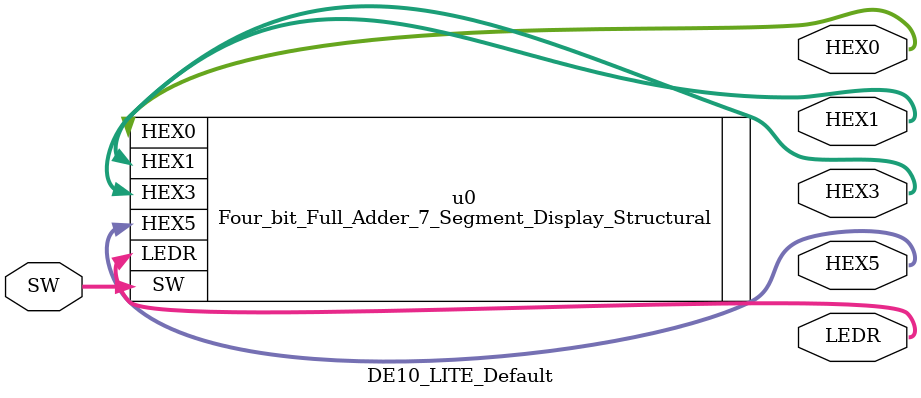
<source format=v>


module DE10_LITE_Default(



	//////////// LED //////////
	output		     [9:0]		LEDR,

	//////////// SW //////////
	input 		     [9:0]		SW,
	
	
	//////////// SEG7 //////////
	output		     [7:0]		HEX0,
	output		     [7:0]		HEX1,
	output		     [7:0]		HEX3,
	output		     [7:0]		HEX5

	
);

Four_bit_Full_Adder_7_Segment_Display_Structural u0 (
						.SW(SW),
						.LEDR(LEDR),
						.HEX0(HEX0),
						.HEX1(HEX1),
						.HEX3(HEX3),
						.HEX5(HEX5));

endmodule

</source>
